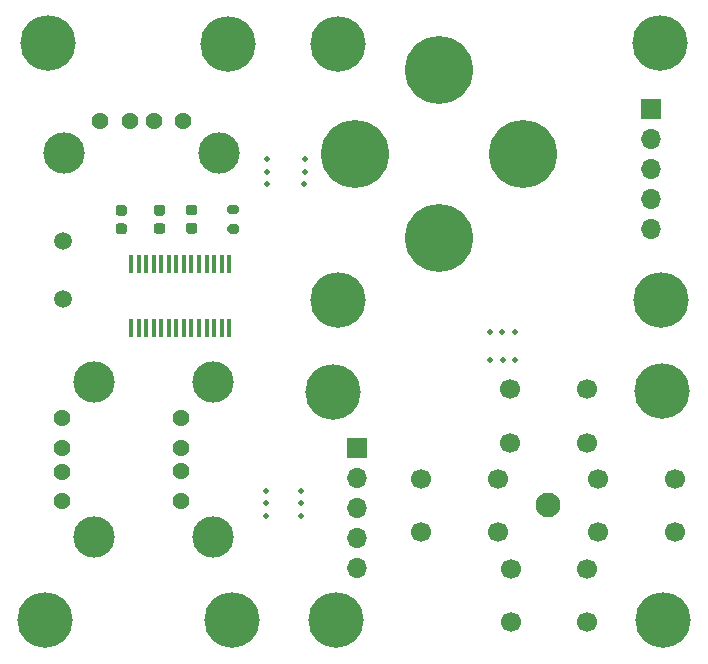
<source format=gts>
%TF.GenerationSoftware,KiCad,Pcbnew,(5.1.9)-1*%
%TF.CreationDate,2021-07-20T01:30:18-07:00*%
%TF.ProjectId,retrocution-usb-hub,72657472-6f63-4757-9469-6f6e2d757362,rev?*%
%TF.SameCoordinates,Original*%
%TF.FileFunction,Soldermask,Top*%
%TF.FilePolarity,Negative*%
%FSLAX46Y46*%
G04 Gerber Fmt 4.6, Leading zero omitted, Abs format (unit mm)*
G04 Created by KiCad (PCBNEW (5.1.9)-1) date 2021-07-20 01:30:18*
%MOMM*%
%LPD*%
G01*
G04 APERTURE LIST*
%ADD10C,0.500000*%
%ADD11C,2.100000*%
%ADD12C,3.100000*%
%ADD13C,4.700000*%
%ADD14C,5.760000*%
%ADD15C,1.700000*%
%ADD16O,1.700000X1.700000*%
%ADD17R,1.700000X1.700000*%
%ADD18C,1.500000*%
%ADD19C,1.431000*%
%ADD20C,3.495000*%
%ADD21R,0.440000X1.525000*%
G04 APERTURE END LIST*
D10*
%TO.C,REF\u002A\u002A*%
X170007280Y-106105960D03*
X171074080Y-106105960D03*
X168965880Y-106080560D03*
%TD*%
%TO.C,REF\u002A\u002A*%
X169966640Y-103738680D03*
X171033440Y-103738680D03*
X168925240Y-103713280D03*
%TD*%
%TO.C,REF\u002A\u002A*%
X149961600Y-118237000D03*
X149961600Y-117170200D03*
X149936200Y-119278400D03*
%TD*%
%TO.C,REF\u002A\u002A*%
X152943560Y-118226840D03*
X152943560Y-117160040D03*
X152918160Y-119268240D03*
%TD*%
%TO.C,REF\u002A\u002A*%
X150078440Y-90154760D03*
X150078440Y-89087960D03*
X150053040Y-91196160D03*
%TD*%
%TO.C,REF\u002A\u002A*%
X153233120Y-90164920D03*
X153233120Y-89098120D03*
X153207720Y-91206320D03*
%TD*%
D11*
%TO.C,REF\u002A\u002A*%
X173868080Y-118389400D03*
%TD*%
D12*
%TO.C,REF\u002A\u002A*%
X131500880Y-79298800D03*
D13*
X131500880Y-79298800D03*
%TD*%
D12*
%TO.C,REF\u002A\u002A*%
X146776440Y-79324200D03*
D13*
X146776440Y-79324200D03*
%TD*%
D12*
%TO.C,REF\u002A\u002A*%
X156052520Y-79354680D03*
D13*
X156052520Y-79354680D03*
%TD*%
D12*
%TO.C,REF\u002A\u002A*%
X183388000Y-100980240D03*
D13*
X183388000Y-100980240D03*
%TD*%
D12*
%TO.C,REF\u002A\u002A*%
X183311800Y-79298800D03*
D13*
X183311800Y-79298800D03*
%TD*%
D12*
%TO.C,REF\u002A\u002A*%
X156072840Y-100980240D03*
D13*
X156072840Y-100980240D03*
%TD*%
%TO.C,REF\u002A\u002A*%
X155864560Y-128107440D03*
D12*
X155864560Y-128107440D03*
%TD*%
%TO.C,REF\u002A\u002A*%
X155666440Y-108818680D03*
D13*
X155666440Y-108818680D03*
%TD*%
D12*
%TO.C,REF\u002A\u002A*%
X183499760Y-108747560D03*
D13*
X183499760Y-108747560D03*
%TD*%
%TO.C,REF\u002A\u002A*%
X183591200Y-128102360D03*
D12*
X183591200Y-128102360D03*
%TD*%
%TO.C,REF\u002A\u002A*%
X147101560Y-128148080D03*
D13*
X147101560Y-128148080D03*
%TD*%
%TO.C,REF\u002A\u002A*%
X131226560Y-128127760D03*
D12*
X131226560Y-128127760D03*
%TD*%
D14*
%TO.C,U1*%
X164637720Y-95771400D03*
X157537720Y-88671400D03*
X171737720Y-88671400D03*
X164637720Y-81571400D03*
%TD*%
D15*
%TO.C,SW4*%
X177172760Y-128274200D03*
X170672760Y-128274200D03*
X177172760Y-123774200D03*
X170672760Y-123774200D03*
%TD*%
%TO.C,SW3*%
X178104800Y-116199920D03*
X184604800Y-116199920D03*
X178104800Y-120699920D03*
X184604800Y-120699920D03*
%TD*%
%TO.C,SW2*%
X177121960Y-113095160D03*
X170621960Y-113095160D03*
X177121960Y-108595160D03*
X170621960Y-108595160D03*
%TD*%
%TO.C,SW1*%
X169585640Y-120685560D03*
X163085640Y-120685560D03*
X169585640Y-116185560D03*
X163085640Y-116185560D03*
%TD*%
D16*
%TO.C,J5*%
X157652720Y-123667520D03*
X157652720Y-121127520D03*
X157652720Y-118587520D03*
X157652720Y-116047520D03*
D17*
X157652720Y-113507520D03*
%TD*%
D16*
%TO.C,J4*%
X182595520Y-95031560D03*
X182595520Y-92491560D03*
X182595520Y-89951560D03*
X182595520Y-87411560D03*
D17*
X182595520Y-84871560D03*
%TD*%
D18*
%TO.C,Y1*%
X132816600Y-100892000D03*
X132816600Y-96012000D03*
%TD*%
%TO.C,R1*%
G36*
G01*
X147457840Y-93756160D02*
X146907840Y-93756160D01*
G75*
G02*
X146707840Y-93556160I0J200000D01*
G01*
X146707840Y-93156160D01*
G75*
G02*
X146907840Y-92956160I200000J0D01*
G01*
X147457840Y-92956160D01*
G75*
G02*
X147657840Y-93156160I0J-200000D01*
G01*
X147657840Y-93556160D01*
G75*
G02*
X147457840Y-93756160I-200000J0D01*
G01*
G37*
G36*
G01*
X147457840Y-95406160D02*
X146907840Y-95406160D01*
G75*
G02*
X146707840Y-95206160I0J200000D01*
G01*
X146707840Y-94806160D01*
G75*
G02*
X146907840Y-94606160I200000J0D01*
G01*
X147457840Y-94606160D01*
G75*
G02*
X147657840Y-94806160I0J-200000D01*
G01*
X147657840Y-95206160D01*
G75*
G02*
X147457840Y-95406160I-200000J0D01*
G01*
G37*
%TD*%
D19*
%TO.C,J3*%
X135957720Y-85880120D03*
X138457720Y-85880120D03*
X140457720Y-85880120D03*
X142957720Y-85880120D03*
D20*
X132887720Y-88590120D03*
X146027720Y-88590120D03*
%TD*%
D19*
%TO.C,J2*%
X142788640Y-118022760D03*
X142788640Y-115522760D03*
X142788640Y-113522760D03*
X142788640Y-111022760D03*
D20*
X145498640Y-121092760D03*
X145498640Y-107952760D03*
%TD*%
D19*
%TO.C,J1*%
X132689600Y-118043960D03*
X132689600Y-115543960D03*
X132689600Y-113543960D03*
X132689600Y-111043960D03*
D20*
X135399600Y-121113960D03*
X135399600Y-107973960D03*
%TD*%
D21*
%TO.C,IC1*%
X138542280Y-97968520D03*
X139182280Y-97968520D03*
X139822280Y-97968520D03*
X140462280Y-97968520D03*
X141102280Y-97968520D03*
X141742280Y-97968520D03*
X142382280Y-97968520D03*
X143022280Y-97968520D03*
X143662280Y-97968520D03*
X144302280Y-97968520D03*
X144942280Y-97968520D03*
X145582280Y-97968520D03*
X146222280Y-97968520D03*
X146862280Y-97968520D03*
X146862280Y-103392520D03*
X146222280Y-103392520D03*
X145582280Y-103392520D03*
X144942280Y-103392520D03*
X144302280Y-103392520D03*
X143662280Y-103392520D03*
X143022280Y-103392520D03*
X142382280Y-103392520D03*
X141742280Y-103392520D03*
X141102280Y-103392520D03*
X140462280Y-103392520D03*
X139822280Y-103392520D03*
X139182280Y-103392520D03*
X138542280Y-103392520D03*
%TD*%
%TO.C,C3*%
G36*
G01*
X143417480Y-94498040D02*
X143917480Y-94498040D01*
G75*
G02*
X144142480Y-94723040I0J-225000D01*
G01*
X144142480Y-95173040D01*
G75*
G02*
X143917480Y-95398040I-225000J0D01*
G01*
X143417480Y-95398040D01*
G75*
G02*
X143192480Y-95173040I0J225000D01*
G01*
X143192480Y-94723040D01*
G75*
G02*
X143417480Y-94498040I225000J0D01*
G01*
G37*
G36*
G01*
X143417480Y-92948040D02*
X143917480Y-92948040D01*
G75*
G02*
X144142480Y-93173040I0J-225000D01*
G01*
X144142480Y-93623040D01*
G75*
G02*
X143917480Y-93848040I-225000J0D01*
G01*
X143417480Y-93848040D01*
G75*
G02*
X143192480Y-93623040I0J225000D01*
G01*
X143192480Y-93173040D01*
G75*
G02*
X143417480Y-92948040I225000J0D01*
G01*
G37*
%TD*%
%TO.C,C2*%
G36*
G01*
X141204760Y-93870600D02*
X140704760Y-93870600D01*
G75*
G02*
X140479760Y-93645600I0J225000D01*
G01*
X140479760Y-93195600D01*
G75*
G02*
X140704760Y-92970600I225000J0D01*
G01*
X141204760Y-92970600D01*
G75*
G02*
X141429760Y-93195600I0J-225000D01*
G01*
X141429760Y-93645600D01*
G75*
G02*
X141204760Y-93870600I-225000J0D01*
G01*
G37*
G36*
G01*
X141204760Y-95420600D02*
X140704760Y-95420600D01*
G75*
G02*
X140479760Y-95195600I0J225000D01*
G01*
X140479760Y-94745600D01*
G75*
G02*
X140704760Y-94520600I225000J0D01*
G01*
X141204760Y-94520600D01*
G75*
G02*
X141429760Y-94745600I0J-225000D01*
G01*
X141429760Y-95195600D01*
G75*
G02*
X141204760Y-95420600I-225000J0D01*
G01*
G37*
%TD*%
%TO.C,C1*%
G36*
G01*
X137968800Y-93885840D02*
X137468800Y-93885840D01*
G75*
G02*
X137243800Y-93660840I0J225000D01*
G01*
X137243800Y-93210840D01*
G75*
G02*
X137468800Y-92985840I225000J0D01*
G01*
X137968800Y-92985840D01*
G75*
G02*
X138193800Y-93210840I0J-225000D01*
G01*
X138193800Y-93660840D01*
G75*
G02*
X137968800Y-93885840I-225000J0D01*
G01*
G37*
G36*
G01*
X137968800Y-95435840D02*
X137468800Y-95435840D01*
G75*
G02*
X137243800Y-95210840I0J225000D01*
G01*
X137243800Y-94760840D01*
G75*
G02*
X137468800Y-94535840I225000J0D01*
G01*
X137968800Y-94535840D01*
G75*
G02*
X138193800Y-94760840I0J-225000D01*
G01*
X138193800Y-95210840D01*
G75*
G02*
X137968800Y-95435840I-225000J0D01*
G01*
G37*
%TD*%
M02*

</source>
